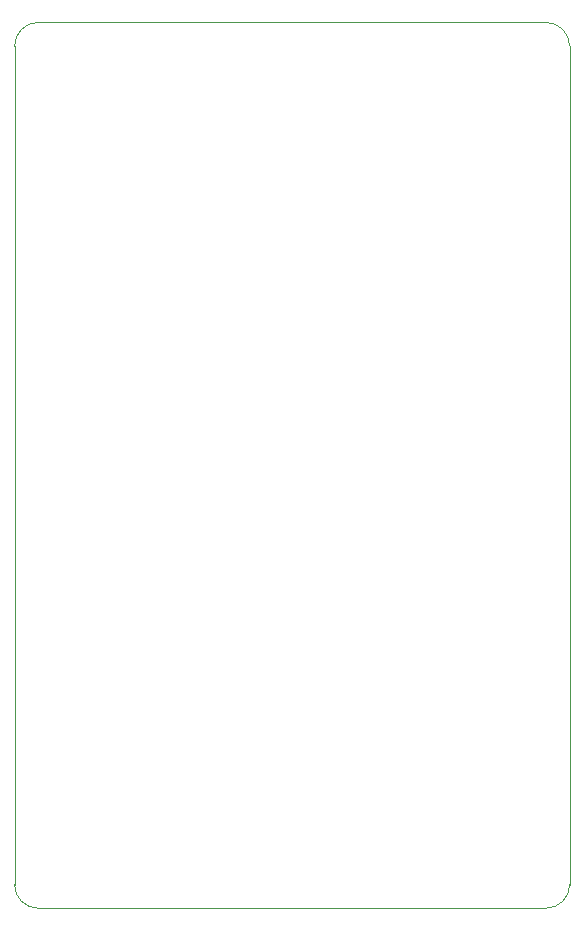
<source format=gbr>
%TF.GenerationSoftware,KiCad,Pcbnew,8.0.1*%
%TF.CreationDate,2024-04-15T16:31:13+02:00*%
%TF.ProjectId,ultimate_motor_board,756c7469-6d61-4746-955f-6d6f746f725f,0.1*%
%TF.SameCoordinates,Original*%
%TF.FileFunction,Profile,NP*%
%FSLAX46Y46*%
G04 Gerber Fmt 4.6, Leading zero omitted, Abs format (unit mm)*
G04 Created by KiCad (PCBNEW 8.0.1) date 2024-04-15 16:31:13*
%MOMM*%
%LPD*%
G01*
G04 APERTURE LIST*
%TA.AperFunction,Profile*%
%ADD10C,0.100000*%
%TD*%
G04 APERTURE END LIST*
D10*
X147000000Y-52000000D02*
X147000000Y-123000000D01*
X102000000Y-50000000D02*
X145000000Y-50000000D01*
X102000000Y-125000000D02*
G75*
G02*
X100000000Y-123000000I0J2000000D01*
G01*
X145000000Y-125000000D02*
X102000000Y-125000000D01*
X147000000Y-123000000D02*
G75*
G02*
X145000000Y-125000000I-2000000J0D01*
G01*
X100000000Y-123000000D02*
X100000000Y-52000000D01*
X145000000Y-50000000D02*
G75*
G02*
X147000000Y-52000000I0J-2000000D01*
G01*
X100000000Y-52000000D02*
G75*
G02*
X102000000Y-50000000I2000000J0D01*
G01*
M02*

</source>
